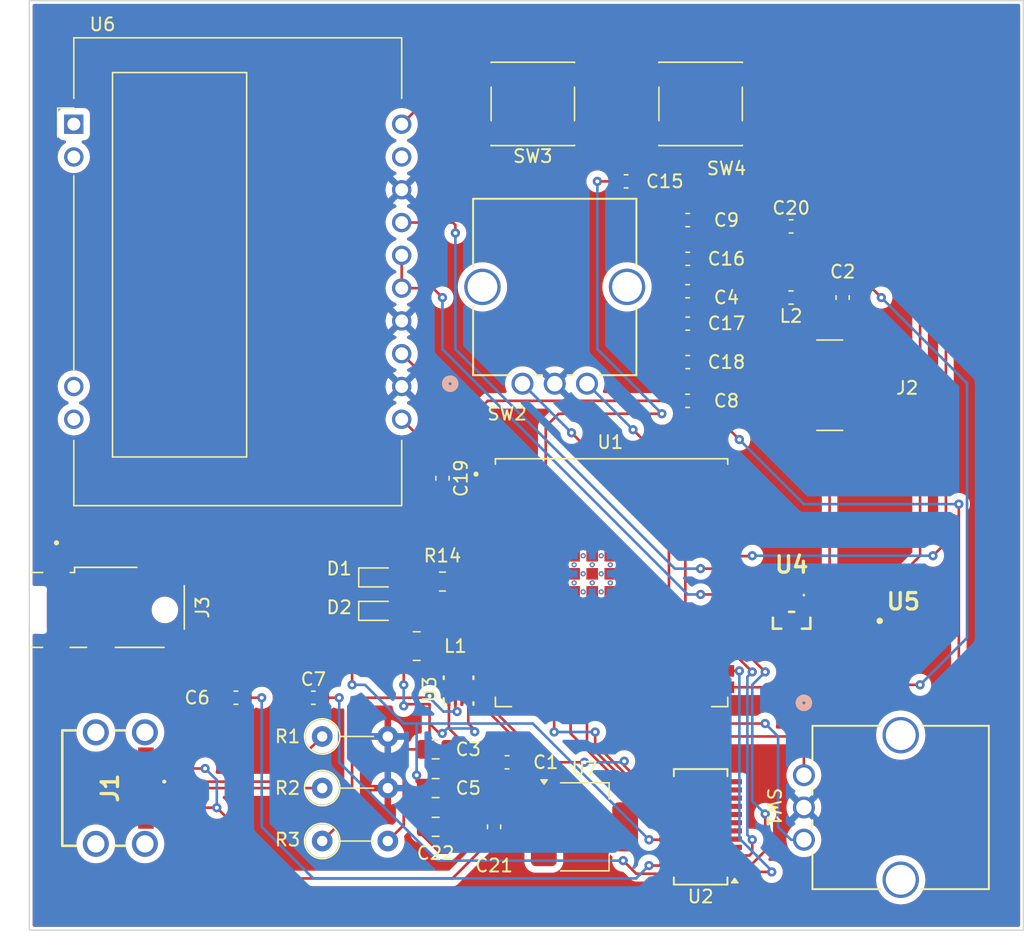
<source format=kicad_pcb>
(kicad_pcb (version 20240108) (generator "pcbnew") (generator_version "8.0")
  (layers (0 "F.Cu" signal) (31 "B.Cu" signal) (34 "B.Paste" user) (35 "F.Paste" user) (36 "B.SilkS" user "B.Silkscreen") (37 "F.SilkS" user "F.Silkscreen") (38 "B.Mask" user) (39 "F.Mask" user) (44 "Edge.Cuts" user))
  (net 0 "")
  (net 1 "GND")
  (net 2 "/V_BATT")
  (net 3 "Net-(J2-In)")
  (net 4 "/FMI")
  (net 5 "/BATT_SUPPLY")
  (net 6 "+3.3V")
  (net 7 "/ROUT")
  (net 8 "Net-(C6-Pad1)")
  (net 9 "/LOUT")
  (net 10 "Net-(C7-Pad1)")
  (net 11 "Net-(U2-DBYP)")
  (net 12 "Net-(U1-EN)")
  (net 13 "Net-(U6-VOUT)")
  (net 14 "Net-(U1-GPIO0{slash}BOOT)")
  (net 15 "+5V")
  (net 16 "Net-(U7-GND)")
  (net 17 "/USB_SUPPLY")
  (net 18 "Net-(J1-CC1)")
  (net 19 "Net-(J1-CC2)")
  (net 22 "Net-(U3-SW)")
  (net 23 "Net-(U3-PG)")
  (net 24 "/FREQ_A")
  (net 25 "/FREQ_B")
  (net 26 "/VOL_B")
  (net 27 "/VOL_A")
  (net 30 "/SPEAKER_BCLK")
  (net 32 "/SPEAKER_SD")
  (net 33 "/SDIO_LCD")
  (net 34 "/D+")
  (net 36 "/DOUT_RADIO")
  (net 37 "/SCLK_LCD")
  (net 40 "/RST_RADIO")
  (net 41 "/SPEAKER_LRCLK")
  (net 42 "/RST_LCD")
  (net 43 "/DFS_RADIO")
  (net 45 "/D-")
  (net 49 "/GPO3_RADIO")
  (net 51 "/SCLK_RADIO")
  (net 55 "/SEN_RADIO")
  (net 56 "/SDIO_RADIO")
  (net 57 "/SPEAKER_DIN")
  (footprint "Button_Switch_SMD:SW_SPST_PTS645" (layer "F.Cu") (at 153 68 180)
    (property "Reference" "SW3")
    (property "Value" "Reset")
  )
  (footprint "Inductor_SMD:L_1008_2520Metric" (layer "F.Cu") (at 144 110 180)
    (property "Reference" "L1")
    (property "Value" "470n")
  )
  (footprint "Display:EA_DOGS104X-A" (layer "F.Cu") (at 117.4425 69.57)
    (property "Reference" "U6")
    (property "Value" "EA_DOGS164-A")
  )
  (footprint "ESP32_S3_WROOM_1U_N4:XCVR_ESP32-S3-WROOM-1U-N4" (layer "F.Cu") (at 159.1 105.09)
    (property "Reference" "U1")
    (property "Value" "ESP32-S3-WROOM-1")
  )
  (footprint "CONSMA002_SMD_G_T:LINX_CONSMA002-SMD-G-T" (layer "F.Cu") (at 176 89.79)
    (property "Reference" "J2")
    (property "Value" "SMA")
  )
  (footprint "Capacitor_SMD:C_0603_1608Metric" (layer "F.Cu") (at 160.225 74 180)
    (property "Reference" "C15")
    (property "Value" "0.1u")
  )
  (footprint "Capacitor_SMD:C_0805_2012Metric" (layer "F.Cu") (at 145.47 118)
    (property "Reference" "C3")
    (property "Value" "22u")
  )
  (footprint "Diode_SMD:D_0603_1608Metric" (layer "F.Cu") (at 141 107.27)
    (property "Reference" "D2")
    (property "Value" "D_Schottky")
  )
  (footprint "Capacitor_SMD:C_0603_1608Metric" (layer "F.Cu") (at 130 114)
    (property "Reference" "C6")
    (property "Value" "4.7u")
  )
  (footprint "Diode_SMD:D_0603_1608Metric" (layer "F.Cu") (at 141 104.68)
    (property "Reference" "D1")
    (property "Value" "D_Schottky")
  )
  (footprint "D1213A-01SO-7 Diode:D1213A01SO7" (layer "F.Cu") (at 173.05 108 180)
    (property "Reference" "U4")
    (property "Value" "~" (hide yes))
  )
  (footprint "USB-C_Receptacle:2171750001" (layer "F.Cu") (at 120 121 -90)
    (property "Reference" "J1")
    (property "Value" "USB_C_Receptacle_USB2.0" (hide yes))
  )
  (footprint "Capacitor_SMD:C_0603_1608Metric" (layer "F.Cu") (at 150 124 90)
    (property "Reference" "C21")
    (property "Value" "100n")
  )
  (footprint "Inductor_SMD:L_0603_1608Metric" (layer "F.Cu") (at 173 83 180)
    (property "Reference" "L2")
    (property "Value" "56n")
  )
  (footprint "Capacitor_SMD:C_0603_1608Metric" (layer "F.Cu") (at 151 119)
    (property "Reference" "C1")
    (property "Value" "10u")
  )
  (footprint "Capacitor_SMD:C_0603_1608Metric" (layer "F.Cu") (at 165 80)
    (property "Reference" "C16")
    (property "Value" "1u")
  )
  (footprint "Capacitor_SMD:C_0603_1608Metric" (layer "F.Cu") (at 164.99 82.51)
    (property "Reference" "C4")
    (property "Value" "0.1u")
  )
  (footprint "Resistor_THT:R_Axial_DIN0207_L6.3mm_D2.5mm_P5.08mm_Vertical" (layer "F.Cu") (at 136.685 121)
    (property "Reference" "R2")
    (property "Value" "5.1k")
  )
  (footprint "Capacitor_SMD:C_0805_2012Metric" (layer "F.Cu") (at 145.47 124)
    (property "Reference" "C22")
    (property "Value" "10u")
  )
  (footprint "MAX98357AETE+T:QFN50P300X300X80-17N" (layer "F.Cu") (at 181.75 109.55)
    (property "Reference" "U5")
    (property "Value" "~" (hide yes))
  )
  (footprint "Capacitor_SMD:C_0603_1608Metric" (layer "F.Cu") (at 177 83 90)
    (property "Reference" "C2")
    (property "Value" "1n")
  )
  (footprint "Capacitor_SMD:C_0603_1608Metric" (layer "F.Cu") (at 136 114)
    (property "Reference" "C7")
    (property "Value" "4.7u")
  )
  (footprint "Capacitor_SMD:C_0603_1608Metric" (layer "F.Cu") (at 164.99 91 180)
    (property "Reference" "C8")
    (property "Value" "22n")
  )
  (footprint "TensilityAudioJack:TENSILITY_54-00178" (layer "F.Cu") (at 120 107 -90)
    (property "Reference" "J3")
    (property "Value" "54-00178")
    (fp_line (start -1.4 6) (end -1.4 4.9) (stroke (width 0.01)) (layer "Edge.Cuts"))
    (fp_line (start 1.8 6) (end -1.4 6) (stroke (width 0.01)) (layer "Edge.Cuts"))
    (fp_line (start -1.4 4.9) (end 1.8 4.9) (stroke (width 0.01)) (layer "Edge.Cuts"))
    (fp_line (start 1.8 4.9) (end 1.8 6) (stroke (width 0.01)) (layer "Edge.Cuts"))
  )
  (footprint "Package_SO:SSOP-24_3.9x8.7mm_P0.635mm" (layer "F.Cu") (at 166 124 180)
    (property "Reference" "U2")
    (property "Value" "Si4735-D60-GU")
  )
  (footprint "Resistor_SMD:R_0805_2012Metric" (layer "F.Cu") (at 146 105)
    (property "Reference" "R14")
    (property "Value" "10k")
  )
  (footprint "RotaryEncoders:PEC12R-4XXXF-NXXXX_BRN" (layer "F.Cu") (at 174 120 -90)
    (property "Reference" "SW1")
    (property "Value" "Freq_Tune")
  )
  (footprint "Resistor_THT:R_Axial_DIN0207_L6.3mm_D2.5mm_P5.08mm_Vertical" (layer "F.Cu") (at 136.685 125.1)
    (property "Reference" "R3")
    (property "Value" "1M")
  )
  (footprint "Capacitor_SMD:C_0603_1608Metric" (layer "F.Cu") (at 165 85.02)
    (property "Reference" "C17")
    (property "Value" "0.1u")
  )
  (footprint "Capacitor_SMD:C_0603_1608Metric" (layer "F.Cu") (at 146 97 -90)
    (property "Reference" "C19")
    (property "Value" "1u")
  )
  (footprint "TPS62086RLTR:RLT0007A" (layer "F.Cu") (at 147.249999 113.449999 90)
    (property "Reference" "U3")
    (property "Value" "~")
  )
  (footprint "Button_Switch_SMD:SW_SPST_PTS645" (layer "F.Cu") (at 166 68)
    (property "Reference" "SW4")
    (property "Value" "Boot")
  )
  (footprint "Package_TO_SOT_SMD:SOT-223-3_TabPin2" (layer "F.Cu") (at 157 124)
    (property "Reference" "U7")
    (property "Value" "LD1117S33TR_SOT223")
  )
  (footprint "Capacitor_SMD:C_0603_1608Metric" (layer "F.Cu") (at 173.01 77.49)
    (property "Reference" "C20")
    (property "Value" "0.1u")
  )
  (footprint "Capacitor_SMD:C_0603_1608Metric" (layer "F.Cu") (at 165 77)
    (property "Reference" "C9")
    (property "Value" "100n")
  )
  (footprint "RotaryEncoders:PEC12R-4XXXF-NXXXX_BRN" (layer "F.Cu") (at 152.198851 89.67385)
    (property "Reference" "SW2")
    (property "Value" "Volume_Tune")
  )
  (footprint "Resistor_THT:R_Axial_DIN0207_L6.3mm_D2.5mm_P5.08mm_Vertical" (layer "F.Cu") (at 136.685 117)
    (property "Reference" "R1")
    (property "Value" "5.1k")
  )
  (footprint "Capacitor_SMD:C_0805_2012Metric" (layer "F.Cu") (at 145.47 121)
    (property "Reference" "C5")
    (property "Value" "10u")
  )
  (footprint "Capacitor_SMD:C_0603_1608Metric" (layer "F.Cu") (at 165 88)
    (property "Reference" "C18")
    (property "Value" "1u")
  )
  (gr_line (start 114 60) (end 191 60) (stroke (width 0.1)) (layer "Edge.Cuts"))
  (gr_line (start 191 132) (end 114 132) (stroke (width 0.1)) (layer "Edge.Cuts"))
  (gr_line (start 191 60) (end 191 132) (stroke (width 0.1)) (layer "Edge.Cuts"))
  (gr_line (start 114 132) (end 114 60) (stroke (width 0.1)) (layer "Edge.Cuts"))
  (segment (start 141.765 117) (end 141.765 121) (width 0.2032) (layer "F.Cu") (net 1))
  (segment (start 149.1125 119) (end 150.225 119) (width 0.2032) (layer "F.Cu") (net 2))
  (segment (start 146.500001 116.387501) (end 149.1125 119) (width 0.2032) (layer "F.Cu") (net 2))
  (segment (start 146.65 113.65) (end 146.500001 113.799999) (width 0.2032) (layer "F.Cu") (net 2))
  (segment (start 146.500001 113.799999) (end 146.500001 116.387501) (width 0.2032) (layer "F.Cu") (net 2))
  (segment (start 175.99 84.785) (end 175.99 105.01) (width 0.2032) (layer "F.Cu") (net 3))
  (segment (start 175.99 105.01) (end 174 107) (width 0.2032) (layer "F.Cu") (net 3))
  (segment (start 177 83.775) (end 175.99 84.785) (width 0.2032) (layer "F.Cu") (net 3))
  (segment (start 177.619 126.381) (end 177.619 116.842184) (width 0.2032) (layer "F.Cu") (net 4))
  (segment (start 175.381 128.619) (end 177.619 126.381) (width 0.2032) (layer "F.Cu") (net 4))
  (segment (start 167.619 128.619) (end 175.381 128.619) (width 0.2032) (layer "F.Cu") (net 4))
  (segment (start 168.6 123.0475) (end 167.7968 123.0475) (width 0.2032) (layer "F.Cu") (net 4))
  (segment (start 167 123.8443) (end 167 128) (width 0.2032) (layer "F.Cu") (net 4))
  (segment (start 167 128) (end 167.619 128.619) (width 0.2032) (layer "F.Cu") (net 4))
  (segment (start 174.7875 82) (end 179 82) (width 0.2032) (layer "F.Cu") (net 4))
  (segment (start 179 82) (end 180 83) (width 0.2032) (layer "F.Cu") (net 4))
  (segment (start 167.7968 123.0475) (end 167 123.8443) (width 0.2032) (layer "F.Cu") (net 4))
  (segment (start 173.7875 83) (end 174.7875 82) (width 0.2032) (layer "F.Cu") (net 4))
  (segment (start 177.619 116.842184) (end 181.461184 113) (width 0.2032) (layer "F.Cu") (net 4))
  (segment (start 181.461184 113) (end 183 113) (width 0.2032) (layer "F.Cu") (net 4))
  (via (at 183 113) (size 0.7112) (drill 0.3048) (layers "F.Cu" "B.Cu") (net 4))
  (via (at 180 83) (size 0.7112) (drill 0.3048) (layers "F.Cu" "B.Cu") (net 4))
  (segment (start 183 113) (end 186.635 109.365) (width 0.2032) (layer "B.Cu") (net 4))
  (segment (start 186.635 109.365) (end 186.635 89.635) (width 0.2032) (layer "B.Cu") (net 4))
  (segment (start 186.635 89.635) (end 180 83) (width 0.2032) (layer "B.Cu") (net 4))
  (segment (start 145.987583 116.987583) (end 146 117) (width 0.2032) (layer "F.Cu") (net 5))
  (segment (start 143 123.865) (end 143 118) (width 0.2032) (layer "F.Cu") (net 5))
  (segment (start 144.52 118) (end 144.52 117.52) (width 0.2032) (layer "F.Cu") (net 5))
  (segment (start 148 114.35) (end 148 116) (width 0.2032) (layer "F.Cu") (net 5))
  (segment (start 143.134998 114.500002) (end 143 114.635) (width 0.2032) (layer "F.Cu") (net 5))
  (segment (start 145.762537 116.762537) (end 145 116) (width 0.2032) (layer "F.Cu") (net 5))
  (segment (start 143 113) (end 143 108.4825) (width 0.2032) (layer "F.Cu") (net 5))
  (segment (start 143 108.4825) (end 141.7875 107.27) (width 0.2032) (layer "F.Cu") (net 5))
  (segment (start 145 116) (end 145 114.500002) (width 0.2032) (layer "F.Cu") (net 5))
  (segment (start 148.635 116.635) (end 148.5 116.635) (width 0.2032) (layer "F.Cu") (net 5))
  (segment (start 147.500001 114.35) (end 148 114.35) (width 0.2032) (layer "F.Cu") (net 5))
  (segment (start 148 116) (end 148.635 116.635) (width 0.2032) (layer "F.Cu") (net 5))
  (segment (start 145 117.04) (end 145 116) (width 0.2032) (layer "F.Cu") (net 5))
  (segment (start 141.765 125.1) (end 143 123.865) (width 0.2032) (layer "F.Cu") (net 5))
  (segment (start 143 118) (end 144.52 118) (width 0.2032) (layer "F.Cu") (net 5))
  (segment (start 145 114.500002) (end 143.134998 114.500002) (width 0.2032) (layer "F.Cu") (net 5))
  (segment (start 144.52 117.52) (end 145 117.04) (width 0.2032) (layer "F.Cu") (net 5))
  (segment (start 145.987583 116.762537) (end 145.987583 116.987583) (width 0.2032) (layer "F.Cu") (net 5))
  (segment (start 145.987583 116.762537) (end 145.762537 116.762537) (width 0.2032) (layer "F.Cu") (net 5))
  (via (at 143 113) (size 0.7112) (drill 0.3048) (layers "F.Cu" "B.Cu") (net 5))
  (via (at 148.5 116.635) (size 0.7112) (drill 0.3048) (layers "F.Cu" "B.Cu") (net 5))
  (via (at 143 114.635) (size 0.7112) (drill 0.3048) (layers "F.Cu" "B.Cu") (net 5))
  (via (at 145.987583 116.762537) (size 0.7112) (drill 0.3048) (layers "F.Cu" "B.Cu") (net 5))
  (segment (start 148.246 116.381) (end 146.36912 116.381) (width 0.2032) (layer "B.Cu") (net 5))
  (segment (start 146.36912 116.381) (end 145.987583 116.762537) (width 0.2032) (layer "B.Cu") (net 5))
  (segment (start 143 114.635) (end 143 113) (width 0.2032) (layer "B.Cu") (net 5))
  (segment (start 148.5 116.635) (end 148.246 116.381) (width 0.2032) (layer "B.Cu") (net 5))
  (segment (start 139 108.4825) (end 140.2125 107.27) (width 0.2032) (layer "F.Cu") (net 6))
  (segment (start 144 120) (end 144 120.48) (width 0.2032) (layer "F.Cu") (net 6))
  (segment (start 164 91) (end 164.215 90.785) (width 0.2032) (layer "F.Cu") (net 6))
  (segment (start 145.0875 101.9125) (end 145.0875 105) (width 0.2032) (layer "F.Cu") (net 6))
  (segment (start 149.5075 91) (end 164 91) (width 0.2032) (layer "F.Cu") (net 6))
  (segment (start 148 92.5075) (end 149.5075 91) (width 0.2032) (layer "F.Cu") (net 6))
  (segment (start 164.215 90.785) (end 164.215 82.51) (width 0.2032) (layer "F.Cu") (net 6))
  (segment (start 162.8125 125) (end 163.4 125.5875) (width 0.2032) (layer "F.Cu") (net 6))
  (segment (start 148 99) (end 145.0875 101.9125) (width 0.2032) (layer "F.Cu") (net 6))
  (segment (start 150.35 97.95) (end 149.05 97.95) (width 0.2032) (layer "F.Cu") (net 6))
  (segment (start 164.215 82.51) (end 164.215 77.01) (width 0.2032) (layer "F.Cu") (net 6))
  (segment (start 142.8425 87.35) (end 148 92.5075) (width 0.2032) (layer "F.Cu") (net 6))
  (segment (start 145.0875 103) (end 141 103) (width 0.2032) (layer "F.Cu") (net 6))
  (segment (start 140.2125 104.68) (end 140.2125 107.27) (width 0.2032) (layer "F.Cu") (net 6))
  (segment (start 141 103) (end 140.2125 103.7875) (width 0.2032) (layer "F.Cu") (net 6))
  (segment (start 164.215 77.01) (end 164.225 77) (width 0.2032) (layer "F.Cu") (net 6))
  (segment (start 162 125) (end 162.8125 125) (width 0.2032) (layer "F.Cu") (net 6))
  (segment (start 139 113) (end 139 108.4825) (width 0.2032) (layer "F.Cu") (net 6))
  (segment (start 140.2125 103.7875) (end 140.2125 104.68) (width 0.2032) (layer "F.Cu") (net 6))
  (segment (start 148 96.95) (end 148 92.5075) (width 0.2032) (layer "F.Cu") (net 6))
  (segment (start 144 120.48) (end 144.52 121) (width 0.2032) (layer "F.Cu") (net 6))
  (segment (start 149.05 97.95) (end 148 99) (width 0.2032) (layer "F.Cu") (net 6))
  (segment (start 149.05 97.95) (end 149.025 97.975) (width 0.2032) (layer "F.Cu") (net 6))
  (segment (start 149.025 97.975) (end 148 96.95) (width 0.2032) (layer "F.Cu") (net 6))
  (via (at 144 120) (size 0.7112) (drill 0.3048) (layers "F.Cu" "B.Cu") (net 6))
  (via (at 139 113) (size 0.7112) (drill 0.3048) (layers "F.Cu" "B.Cu") (net 6))
  (via (at 162 125) (size 0.7112) (drill 0.3048) (layers "F.Cu" "B.Cu") (net 6))
  (via (at 162 125) (size 0.7112) (drill 0.3048) (layers "F.Cu" "B.Cu") (net 6))
  (segment (start 144 116) (end 153 116) (width 0.2032) (layer "B.Cu") (net 6))
  (segment (start 153 116) (end 162 125) (width 0.2032) (layer "B.Cu") (net 6))
  (segment (start 144 116) (end 143 116) (width 0.2032) (layer "B.Cu") (net 6))
  (segment (start 143 116) (end 140 113) (width 0.2032) (layer "B.Cu") (net 6))
  (segment (start 144 120) (end 144 116) (width 0.2032) (layer "B.Cu") (net 6))
  (segment (start 140 113) (end 139 113) (width 0.2032) (layer "B.Cu") (net 6))
  (segment (start 162 127) (end 163.2575 127) (width 0.2032) (layer "F.Cu") (net 7))
  (segment (start 163.2575 127) (end 163.4 126.8575) (width 0.2032) (layer "F.Cu") (net 7))
  (segment (start 130.775 114) (end 132 114) (width 0.2032) (layer "F.Cu") (net 7))
  (via (at 132 114) (size 0.7112) (drill 0.3048) (layers "F.Cu" "B.Cu") (net 7))
  (via (at 162 127) (size 0.7112) (drill 0.3048) (layers "F.Cu" "B.Cu") (net 7))
  (segment (start 132 124) (end 136 128) (width 0.2032) (layer "B.Cu") (net 7))
  (segment (start 161 128) (end 162 127) (width 0.2032) (layer "B.Cu") (net 7))
  (segment (start 136 128) (end 161 128) (width 0.2032) (layer "B.Cu") (net 7))
  (segment (start 132 114) (end 132 124) (width 0.2032) (layer "B.Cu") (net 7))
  (segment (start 123.05 114) (end 119.5 110.45) (width 0.2032) (layer "F.Cu") (net 8))
  (segment (start 129.225 114) (end 123.05 114) (width 0.2032) (layer "F.Cu") (net 8))
  (segment (start 163.2575 127.635) (end 163.4 127.4925) (width 0.2032) (layer "F.Cu") (net 9))
  (segment (start 136.775 114) (end 138 114) (width 0.2032) (layer "F.Cu") (net 9))
  (segment (start 161.016 127.635) (end 163.2575 127.635) (width 0.2032) (layer "F.Cu") (net 9))
  (segment (start 160 126.619) (end 161.016 127.635) (width 0.2032) (layer "F.Cu") (net 9))
  (via (at 138 114) (size 0.7112) (drill 0.3048) (layers "F.Cu" "B.Cu") (net 9))
  (via (at 160 126.619) (size 0.7112) (drill 0.3048) (layers "F.Cu" "B.Cu") (net 9))
  (segment (start 160 126.619) (end 145.619 126.619) (width 0.2032) (layer "B.Cu") (net 9))
  (segment (start 138 119) (end 138 114) (width 0.2032) (layer "B.Cu") (net 9))
  (segment (start 145.619 126.619) (end 138 119) (width 0.2032) (layer "B.Cu") (net 9))
  (segment (start 125.881 110.069) (end 132.119 110.069) (width 0.2032) (layer "F.Cu") (net 10))
  (segment (start 135.225 113.175) (end 135.225 114) (width 0.2032) (layer "F.Cu") (net 10))
  (segment (start 125.5 110.45) (end 125.881 110.069) (width 0.2032) (layer "F.Cu") (net 10))
  (segment (start 132.119 110.069) (end 135.225 113.175) (width 0.2032) (layer "F.Cu") (net 10))
  (segment (start 163.4 126.2225) (end 164.1238 126.2225) (width 0.2032) (layer "F.Cu") (net 11))
  (segment (start 181 114) (end 184 114) (width 0.2032) (layer "F.Cu") (net 11))
  (segment (start 164.1238 126.2225) (end 166.9013 129) (width 0.2032) (layer "F.Cu") (net 11))
  (segment (start 184 114) (end 186 112) (width 0.2032) (layer "F.Cu") (net 11))
  (segment (start 166.9013 129) (end 176 129) (width 0.2032) (layer "F.Cu") (net 11))
  (segment (start 165.765 90.765) (end 169 94) (width 0.2032) (layer "F.Cu") (net 11))
  (segment (start 178 127) (end 178 117) (width 0.2032) (layer "F.Cu") (net 11))
  (segment (start 176 129) (end 178 127) (width 0.2032) (layer "F.Cu") (net 11))
  (segment (start 186 112) (end 186 99) (width 0.2032) (layer "F.Cu") (net 11))
  (segment (start 178 117) (end 181 114) (width 0.2032) (layer "F.Cu") (net 11))
  (via (at 186 99) (size 0.7112) (drill 0.3048) (layers "F.Cu" "B.Cu") (net 11))
  (via (at 169 94) (size 0.7112) (drill 0.3048) (layers "F.Cu" "B.Cu") (net 11))
  (via (at 169 94) (size 0.7112) (drill 0.3048) (layers "F.Cu" "B.Cu") (net 11))
  (segment (start 174 99) (end 169 94) (width 0.2032) (layer "B.Cu") (net 11))
  (segment (start 186 99) (end 174 99) (width 0.2032) (layer "B.Cu") (net 11))
  (segment (start 149.912 99.22) (end 146.9125 102.2195) (width 0.2032) (layer "F.Cu") (net 12))
  (segment (start 146.9125 102.2195) (end 146.9125 105) (width 0.2032) (layer "F.Cu") (net 12))
  (segment (start 150.65 99.22) (end 154 95.87) (width 0.2032) (layer "F.Cu") (net 12))
  (segment (start 155 92) (end 163 92) (width 0.2032) (layer "F.Cu") (net 12))
  (segment (start 154 93) (end 155 92) (width 0.2032) (layer "F.Cu") (net 12))
  (segment (start 150.35 99.22) (end 150.65 99.22) (width 0.2032) (layer "F.Cu") (net 12))
  (segment (start 150.35 99.22) (end 149.912 99.22) (width 0.2032) (layer "F.Cu") (net 12))
  (segment (start 158 74) (end 159.45 74) (width 0.2032) (layer "F.Cu") (net 12))
  (segment (start 149.02 65.75) (end 156.98 65.75) (width 0.2032) (layer "F.Cu") (net 12))
  (segment (start 159.45 74) (end 159.45 68.22) (width 0.2032) (layer "F.Cu") (net 12))
  (segment (start 154 93) (end 154 95.87) (width 0.2032) (layer "F.Cu") (net 12))
  (segment (start 159.45 68.22) (end 156.98 65.75) (width 0.2032) (layer "F.Cu") (net 12))
  (via (at 163 92) (size 0.7112) (drill 0.3048) (layers "F.Cu" "B.Cu") (net 12))
  (via (at 158 74) (size 0.7112) (drill 0.3048) (layers "F.Cu" "B.Cu") (net 12))
  (segment (start 163 92) (end 158 87) (width 0.2032) (layer "B.Cu") (net 12))
  (segment (start 158 87) (end 158 74) (width 0.2032) (layer "B.Cu") (net 12))
  (segment (start 146 95.5875) (end 146 96.225) (width 0.2032) (layer "F.Cu") (net 13))
  (segment (start 142.8425 92.43) (end 146 95.5875) (width 0.2032) (layer "F.Cu") (net 13))
  (segment (start 171.75 65.75) (end 172.235 66.235) (width 0.2032) (layer "F.Cu") (net 14))
  (segment (start 173.745 79) (end 182 79) (width 0.2032) (layer "F.Cu") (net 14))
  (segment (start 183 103) (end 172.81 113.19) (width 0.2032) (layer "F.Cu") (net 14))
  (segment (start 162.02 65.75) (end 169.98 65.75) (width 0.2032) (layer "F.Cu") (net 14))
  (segment (start 169.98 65.75) (end 171.75 65.75) (width 0.2032) (layer "F.Cu") (net 14))
  (segment (start 172.81 113.19) (end 167.85 113.19) (width 0.2032) (layer "F.Cu") (net 14))
  (segment (start 183 80) (end 183 103) (width 0.2032) (layer "F.Cu") (net 14))
  (segment (start 172.235 77.49) (end 173.745 79) (width 0.2032) (layer "F.Cu") (net 14))
  (segment (start 182 79) (end 183 80) (width 0.2032) (layer "F.Cu") (net 14))
  (segment (start 172.235 66.235) (end 172.235 77.49) (width 0.2032) (layer "F.Cu") (net 14))
  (segment (start 127.615 119.48) (end 123.03 119.48) (width 0.2032) (layer "F.Cu") (net 15))
  (segment (start 150 124.775) (end 146.775 128) (width 0.2032) (layer "F.Cu") (net 15))
  (segment (start 152.325 124.775) (end 153.85 126.3) (width 0.2032) (layer "F.Cu") (net 15))
  (segment (start 146.775 128) (end 134 128) (width 0.2032) (layer "F.Cu") (net 15))
  (segment (start 134 128) (end 128.52 122.52) (width 0.2032) (layer "F.Cu") (net 15))
  (segment (start 128.52 122.52) (end 123.03 122.52) (width 0.2032) (layer "F.Cu") (net 15))
  (segment (start 150 124.775) (end 152.325 124.775) (width 0.2032) (layer "F.Cu") (net 15))
  (via (at 128.52 122.52) (size 0.7112) (drill 0.3048) (layers "F.Cu" "B.Cu") (net 15))
  (via (at 127.615 119.48) (size 0.7112) (drill 0.3048) (layers "F.Cu" "B.Cu") (net 15))
  (segment (start 128.52 122.52) (end 128.52 120.385) (width 0.2032) (layer "B.Cu") (net 15))
  (segment (start 128.52 120.385) (end 127.615 119.48) (width 0.2032) (layer "B.Cu") (net 15))
  (segment (start 150.775 123.225) (end 152.3 121.7) (width 0.2032) (layer "F.Cu") (net 16))
  (segment (start 146.42 124) (end 147.195 123.225) (width 0.2032) (layer "F.Cu") (net 16))
  (segment (start 152.3 121.7) (end 153.85 121.7) (width 0.2032) (layer "F.Cu") (net 16))
  (segment (start 150 123.225) (end 150.775 123.225) (width 0.2032) (layer "F.Cu") (net 16))
  (segment (start 147.195 123.225) (end 150 123.225) (width 0.2032) (layer "F.Cu") (net 16))
  (segment (start 153.85 124) (end 160.15 124) (width 0.2032) (layer "F.Cu") (net 17))
  (segment (start 141.7875 104.68) (end 148.965 111.8575) (width 0.2032) (layer "F.Cu") (net 17))
  (segment (start 145.795 126) (end 146.52 126) (width 0.2032) (layer "F.Cu") (net 17))
  (segment (start 144.52 124.725) (end 145.795 126) (width 0.2032) (layer "F.Cu") (net 17))
  (segment (start 148.965 111.8575) (end 148.965 114.503816) (width 0.2032) (layer "F.Cu") (net 17))
  (segment (start 146.52 126) (end 148.52 124) (width 0.2032) (layer "F.Cu") (net 17))
  (segment (start 144.52 124) (end 144.52 124.725) (width 0.2032) (layer "F.Cu") (net 17))
  (segment (start 148.52 124) (end 153.85 124) (width 0.2032) (layer "F.Cu") (net 17))
  (segment (start 158.461184 124) (end 160.15 124) (width 0.2032) (layer "F.Cu") (net 17))
  (segment (start 148.965 114.503816) (end 158.461184 124) (width 0.2032) (layer "F.Cu") (net 17))
  (segment (start 133.185 120.5) (end 123.03 120.5) (width 0.2032) (layer "F.Cu") (net 18))
  (segment (start 136.685 117) (end 133.185 120.5) (width 0.2032) (layer "F.Cu") (net 18))
  (segment (start 124.5 121.5) (end 125 121) (width 0.2032) (layer "F.Cu") (net 19))
  (segment (start 123.03 121.5) (end 124.5 121.5) (width 0.2032) (layer "F.Cu") (net 19))
  (segment (start 125 121) (end 136.685 121) (width 0.2032) (layer "F.Cu") (net 19))
  (segment (start 147.249999 113.65) (end 147.249999 112.174999) (width 0.2032) (layer "F.Cu") (net 22))
  (segment (start 147.249999 112.174999) (end 145.075 110) (width 0.2032) (layer "F.Cu") (net 22))
  (segment (start 139 122.785) (end 139 114) (width 0.2032) (layer "F.Cu") (net 23))
  (segment (start 146.999999 114.35) (end 146.999999 114.999999) (width 0.2032) (layer "F.Cu") (net 23))
  (segment (start 146.999999 114.35) (end 146.999999 114.099399) (width 0.2032) (layer "F.Cu") (net 23))
  (segment (start 146.999999 114.999999) (end 147 115) (width 0.2032) (layer "F.Cu") (net 23))
  (segment (start 136.685 125.1) (end 139 122.785) (width 0.2032) (layer "F.Cu") (net 23))
  (segment (start 139 114) (end 145 114) (width 0.2032) (layer "F.Cu") (net 23))
  (segment (start 147 115) (end 147.062037 115) (width 0.2032) (layer "F.Cu") (net 23))
  (segment (start 147.062037 115) (end 147.135001 115.072964) (width 0.2032) (layer "F.Cu") (net 23))
  (via (at 147.135001 115.072964) (size 0.7112) (drill 0.3048) (layers "F.Cu" "B.Cu") (net 23))
  (via (at 145 113.865002) (size 0.7112) (drill 0.3048) (layers "F.Cu" "B.Cu") (net 23))
  (segment (start 146.072964 115.072964) (end 147.135001 115.072964) (width 0.2032) (layer "B.Cu") (net 23))
  (segment (start 145 114) (end 146.072964 115.072964) (width 0.2032) (layer "B.Cu") (net 23))
  (segment (start 145 113.865002) (end 145 114) (width 0.2032) (layer "B.Cu") (net 23))
  (segment (start 159.735 114.44) (end 159.735 114.74) (width 0.2032) (layer "F.Cu") (net 24))
  (segment (start 161.995 117) (end 173 117) (width 0.2032) (layer "F.Cu") (net 24))
  (segment (start 174 118) (end 174 120) (width 0.2032) (layer "F.Cu") (net 24))
  (segment (start 173 117) (end 174 118) (width 0.2032) (layer "F.Cu") (net 24))
  (segment (start 159.735 114.74) (end 161.995 117) (width 0.2032) (layer "F.Cu") (net 24))
  (segment (start 162.265 116) (end 161.005 114.74) (width 0.2032) (layer "F.Cu") (net 25))
  (segment (start 171 116) (end 162.265 116) (width 0.2032) (layer "F.Cu") (net 25))
  (segment (start 161.005 114.74) (end 161.005 114.44) (width 0.2032) (layer "F.Cu") (net 25))
  (via (at 171 116) (size 0.7112) (drill 0.3048) (layers "F.Cu" "B.Cu") (net 25))
  (segment (start 173 125) (end 174 125) (width 0.2032) (layer "B.Cu") (net 25))
  (segment (start 172 117) (end 172 124) (width 0.2032) (layer "B.Cu") (net 25))
  (segment (start 171 116) (end 172 117) (width 0.2032) (layer "B.Cu") (net 25))
  (segment (start 172 124) (end 173 125) (width 0.2032) (layer "B.Cu") (net 25))
  (segment (start 164.815 97.289999) (end 164.815 114.44) (width 0.2032) (layer "F.Cu") (net 26))
  (segment (start 160.7625 93.2375) (end 160.762501 93.2375) (width 0.2032) (layer "F.Cu") (net 26))
  (segment (start 160.762501 93.2375) (end 164.815 97.289999) (width 0.2032) (layer "F.Cu") (net 26))
  (segment (start 157.198851 89.67385) (end 157.198851 89.801149) (width 0.2032) (layer "F.Cu") (net 26))
  (segment (start 157.198851 89.801149) (end 157 90) (width 0.2032) (layer "F.Cu") (net 26))
  (via (at 160.7625 93.2375) (size 0.7112) (drill 0.3048) (layers "F.Cu" "B.Cu") (net 26))
  (segment (start 160.7625 93.2375) (end 160.7625 93.237499) (width 0.2032) (layer "B.Cu") (net 26))
  (segment (start 160.7625 93.237499) (end 157.198851 89.67385) (width 0.2032) (layer "B.Cu") (net 26))
  (segment (start 156 93.474999) (end 163.545 101.019999) (width 0.2032) (layer "F.Cu") (net 27))
  (segment (start 163.545 101.019999) (end 163.545 114.44) (width 0.2032) (layer "F.Cu") (net 27))
  (via (at 156 93.474999) (size 0.7112) (drill 0.3048) (layers "F.Cu" "B.Cu") (net 27))
  (segment (start 156 93.474999) (end 152.198851 89.67385) (width 0.2032) (layer "B.Cu") (net 27))
  (segment (start 167.42 106) (end 167.85 105.57) (width 0.2032) (layer "F.Cu") (net 33))
  (segment (start 142.8425 82.27) (end 145.27 82.27) (width 0.2032) (layer "F.Cu") (net 33))
  (segment (start 145.27 82.27) (end 146 83) (width 0.2032) (layer "F.Cu") (net 33))
  (segment (start 166 106) (end 167.42 106) (width 0.2032) (layer "F.Cu") (net 33))
  (segment (start 142.8425 79.73) (end 142.8425 82.27) (width 0.2032) (layer "F.Cu") (net 33))
  (via (at 146 83) (size 0.7112) (drill 0.3048) (layers "F.Cu" "B.Cu") (net 33))
  (via (at 166 106) (size 0.7112) (drill 0.3048) (layers "F.Cu" "B.Cu") (net 33))
  (segment (start 165 106) (end 166 106) (width 0.2032) (layer "B.Cu") (net 33))
  (segment (start 146 87) (end 165 106) (width 0.2032) (layer "B.Cu") (net 33))
  (segment (start 146 83) (end 146 87) (width 0.2032) (layer "B.Cu") (net 33))
  (segment (start 171.5075 127.4925) (end 168.6 127.4925) (width 0.2032) (layer "F.Cu") (net 36))
  (segment (start 169 111.92) (end 167.85 111.92) (width 0.2032) (layer "F.Cu") (net 36))
  (via (at 169 111.92) (size 0.7112) (drill 0.3048) (layers "F.Cu" "B.Cu") (net 36))
  (via (at 171.5075 127.4925) (size 0.7112) (drill 0.3048) (layers "F.Cu" "B.Cu") (net 36))
  (segment (start 171.5075 127.4925) (end 171.5075 127.405526) (width 0.2032) (layer "B.Cu") (net 36))
  (segment (start 171.5075 127.405526) (end 169 124.898026) (width 0.2032) (layer "B.Cu") (net 36))
  (segment (start 169 124.898026) (end 169 111.92) (width 0.2032) (layer "B.Cu") (net 36))
  (segment (start 147 77.38) (end 147 78) (width 0.2032) (layer "F.Cu") (net 37))
  (segment (start 146.81 77.19) (end 142.8425 77.19) (width 0.2032) (layer "F.Cu") (net 37))
  (segment (start 166 104) (end 167.55 104) (width 0.2032) (layer "F.Cu") (net 37))
  (segment (start 146.81 77.19) (end 147 77.38) (width 0.2032) (layer "F.Cu") (net 37))
  (segment (start 167.55 104) (end 167.85 104.3) (width 0.2032) (layer "F.Cu") (net 37))
  (via (at 147 78) (size 0.7112) (drill 0.3048) (layers "F.Cu" "B.Cu") (net 37))
  (via (at 166 104) (size 0.7112) (drill 0.3048) (layers "F.Cu" "B.Cu") (net 37))
  (segment (start 164 104) (end 166 104) (width 0.2032) (layer "B.Cu") (net 37))
  (segment (start 147 87) (end 164 104) (width 0.2032) (layer "B.Cu") (net 37))
  (segment (start 147 78) (end 147 87) (width 0.2032) (layer "B.Cu") (net 37))
  (segment (start 149.912 110.65) (end 149.346 111.216) (width 0.2032) (layer "F.Cu") (net 40))
  (segment (start 149.346 111.216) (end 149.346 114.346) (width 0.2032) (layer "F.Cu") (net 40))
  (segment (start 149.346 114.346) (end 154 119) (width 0.2032) (layer "F.Cu") (net 40))
  (segment (start 160.080863 118.919137) (end 160.080863 119.261563) (width 0.2032) (layer "F.Cu") (net 40))
  (segment (start 150.35 110.65) (end 149.912 110.65) (width 0.2032) (layer "F.Cu") (net 40))
  (segment (start 154 119) (end 157 119) (width 0.2032) (layer "F.Cu") (net 40))
  (segment (start 162.5968 121.7775) (end 163.4 121.7775) (width 0.2032) (layer "F.Cu") (net 40))
  (segment (start 160.080863 119.261563) (end 162.5968 121.7775) (width 0.2032) (layer "F.Cu") (net 40))
  (via (at 160.080863 118.919137) (size 0.7112) (drill 0.3048) (layers "F.Cu" "B.Cu") (net 40))
  (via (at 157 119) (size 0.7112) (drill 0.3048) (layers "F.Cu" "B.Cu") (net 40))
  (segment (start 160 119) (end 157 119) (width 0.2032) (layer "B.Cu") (net 40))
  (segment (start 160.080863 118.919137) (end 160 119) (width 0.2032) (layer "B.Cu") (net 40))
  (segment (start 169.97 103.03) (end 167.85 103.03) (width 0.2032) (layer "F.Cu") (net 42))
  (segment (start 185 67) (end 185 102) (width 0.2032) (layer "F.Cu") (net 42))
  (segment (start 182 64) (end 185 67) (width 0.2032) (layer "F.Cu") (net 42))
  (segment (start 170 103) (end 169.97 103.03) (width 0.2032) (layer "F.Cu") (net 42))
  (segment (start 148.4125 64) (end 182 64) (width 0.2032) (layer "F.Cu") (net 42))
  (segment (start 142.8425 69.57) (end 148.4125 64) (width 0.2032) (layer "F.Cu") (net 42))
  (segment (start 185 102) (end 184 103) (width 0.2032) (layer "F.Cu") (net 42))
  (via (at 184 103) (size 0.7112) (drill 0.3048) (layers "F.Cu" "B.Cu") (net 42))
  (via (at 170 103) (size 0.7112) (drill 0.3048) (layers "F.Cu" "B.Cu") (net 42))
  (segment (start 184 103) (end 170 103) (width 0.2032) (layer "B.Cu") (net 42))
  (segment (start 171 123) (end 171 125.8575) (width 0.2032) (layer "F.Cu") (net 43))
  (segment (start 170 126.8575) (end 168.6 126.8575) (width 0.2032) (layer "F.Cu") (net 43))
  (segment (start 168.38 109.38) (end 171 112) (width 0.2032) (layer "F.Cu") (net 43))
  (segment (start 167.85 109.38) (end 168.38 109.38) (width 0.2032) (layer "F.Cu") (net 43))
  (segment (start 171 125.8575) (end 170 126.8575) (width 0.2032) (layer "F.Cu") (net 43))
  (via (at 171 112) (size 0.7112) (drill 0.3048) (layers "F.Cu" "B.Cu") (net 43))
  (via (at 171 123) (size 0.7112) (drill 0.3048) (layers "F.Cu" "B.Cu") (net 43))
  (segment (start 170 113) (end 170 122) (width 0.2032) (layer "B.Cu") (net 43))
  (segment (start 170 122) (end 171 123) (width 0.2032) (layer "B.Cu") (net 43))
  (segment (start 171 112) (end 170 113) (width 0.2032) (layer "B.Cu") (net 43))
  (segment (start 169.7775 126.2225) (end 168.6 126.2225) (width 0.2032) (layer "F.Cu") (net 49))
  (segment (start 167.85 110.65) (end 168.65 110.65) (width 0.2032) (layer "F.Cu") (net 49))
  (segment (start 168.65 110.65) (end 170 112) (width 0.2032) (layer "F.Cu") (net 49))
  (segment (start 170 126) (end 169.7775 126.2225) (width 0.2032) (layer "F.Cu") (net 49))
  (segment (start 170 125) (end 170 126) (width 0.2032) (layer "F.Cu") (net 49))
  (via (at 170 125) (size 0.7112) (drill 0.3048) (layers "F.Cu" "B.Cu") (net 49))
  (via (at 170 112) (size 0.7112) (drill 0.3048) (layers "F.Cu" "B.Cu") (net 49))
  (segment (start 169.619 112.381) (end 170 112) (width 0.2032) (layer "B.Cu") (net 49))
  (segment (start 169.619 124.619) (end 169.619 112.381) (width 0.2032) (layer "B.Cu") (net 49))
  (segment (start 170 125) (end 169.619 124.619) (width 0.2032) (layer "B.Cu") (net 49))
  (segment (start 157.195 114.44) (end 157.195 117.496674) (width 0.2032) (layer "F.Cu") (net 51))
  (segment (start 157.195 117.496674) (end 162.745826 123.0475) (width 0.2032) (layer "F.Cu") (net 51))
  (segment (start 162.745826 123.0475) (end 163.4 123.0475) (width 0.2032) (layer "F.Cu") (net 51))
  (segment (start 154.655 114.44) (end 154.655 116.655) (width 0.2032) (layer "F.Cu") (net 55))
  (segment (start 157.83 117.5663) (end 162.6762 122.4125) (width 0.2032) (layer "F.Cu") (net 55))
  (segment (start 162.6762 122.4125) (end 163.4 122.4125) (width 0.2032) (layer "F.Cu") (net 55))
  (segment (start 157.83 116.655) (end 157.83 117.5663) (width 0.2032) (layer "F.Cu") (net 55))
  (via (at 157.83 116.655) (size 0.7112) (drill 0.3048) (layers "F.Cu" "B.Cu") (net 55))
  (via (at 154.655 116.655) (size 0.7112) (drill 0.3048) (layers "F.Cu" "B.Cu") (net 55))
  (segment (start 157.83 116.655) (end 154.655 116.655) (width 0.2032) (layer "B.Cu") (net 55))
  (segment (start 155.925 116.76549) (end 162.5206 123.36109) (width 0.2032) (layer "F.Cu") (net 56))
  (segment (start 155.925 114.44) (end 155.925 116.76549) (width 0.2032) (layer "F.Cu") (net 56))
  (segment (start 162.5206 123.36109) (end 162.5206 123.5269) (width 0.2032) (layer "F.Cu") (net 56))
  (segment (start 162.5206 123.5269) (end 162.6762 123.6825) (width 0.2032) (layer "F.Cu") (net 56))
  (segment (start 162.6762 123.6825) (end 163.4 123.6825) (width 0.2032) (layer "F.Cu") (net 56))
  (zone (net 1) (net_name "GND") (layer "F.Cu") (connect_pads (clearance 0.5)) (min_thickness 0.25) (fill yes (thermal_gap 0.5) (thermal_bridge_width 0.5))
    (polygon (pts (xy 114 60) (xy 191 60) (xy 191 132) (xy 114 132)))
  )
  (zone (net 1) (net_name "GND") (layer "B.Cu") (priority 1) (connect_pads (clearance 0.5)) (min_thickness 0.25) (fill yes (thermal_gap 0.5) (thermal_bridge_width 0.5))
    (polygon (pts (xy 114 60) (xy 191 60) (xy 191 132) (xy 114 132)))
  )
)
</source>
